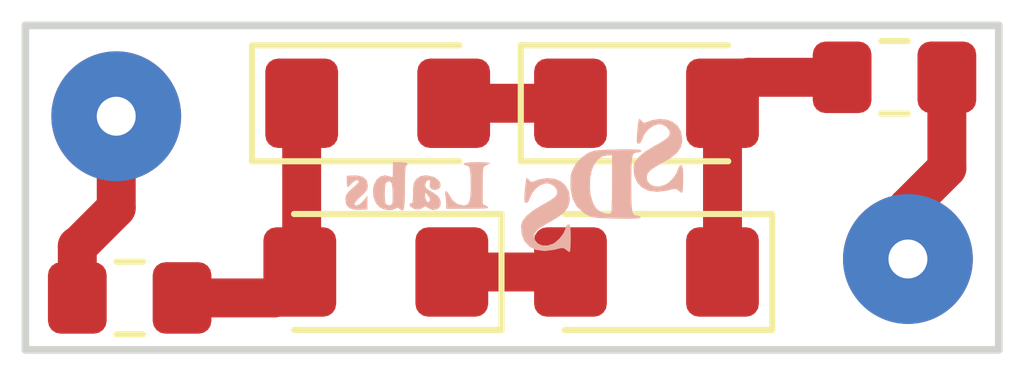
<source format=kicad_pcb>
(kicad_pcb (version 20171130) (host pcbnew "(5.0.1-3-g963ef8bb5)")

  (general
    (thickness 1.6)
    (drawings 4)
    (tracks 16)
    (zones 0)
    (modules 9)
    (nets 7)
  )

  (page A4)
  (layers
    (0 F.Cu signal)
    (31 B.Cu signal)
    (32 B.Adhes user)
    (33 F.Adhes user)
    (34 B.Paste user)
    (35 F.Paste user)
    (36 B.SilkS user)
    (37 F.SilkS user)
    (38 B.Mask user)
    (39 F.Mask user)
    (40 Dwgs.User user)
    (41 Cmts.User user)
    (42 Eco1.User user)
    (43 Eco2.User user)
    (44 Edge.Cuts user)
    (45 Margin user)
    (46 B.CrtYd user)
    (47 F.CrtYd user)
    (48 B.Fab user)
    (49 F.Fab user)
  )

  (setup
    (last_trace_width 0.762)
    (user_trace_width 0.254)
    (user_trace_width 0.508)
    (user_trace_width 0.762)
    (user_trace_width 1.27)
    (user_trace_width 1.905)
    (user_trace_width 2.54)
    (trace_clearance 0.2)
    (zone_clearance 0.508)
    (zone_45_only no)
    (trace_min 0.2)
    (segment_width 0.2)
    (edge_width 0.15)
    (via_size 0.8)
    (via_drill 0.4)
    (via_min_size 0.4)
    (via_min_drill 0.3)
    (uvia_size 0.3)
    (uvia_drill 0.1)
    (uvias_allowed no)
    (uvia_min_size 0.2)
    (uvia_min_drill 0.1)
    (pcb_text_width 0.3)
    (pcb_text_size 1.5 1.5)
    (mod_edge_width 0.15)
    (mod_text_size 1 1)
    (mod_text_width 0.15)
    (pad_size 2.54 2.54)
    (pad_drill 0.762)
    (pad_to_mask_clearance 0.051)
    (solder_mask_min_width 0.25)
    (aux_axis_origin 0 0)
    (visible_elements FFFFFF7F)
    (pcbplotparams
      (layerselection 0x010fc_ffffffff)
      (usegerberextensions false)
      (usegerberattributes false)
      (usegerberadvancedattributes false)
      (creategerberjobfile false)
      (excludeedgelayer true)
      (linewidth 0.100000)
      (plotframeref false)
      (viasonmask false)
      (mode 1)
      (useauxorigin false)
      (hpglpennumber 1)
      (hpglpenspeed 20)
      (hpglpendiameter 15.000000)
      (psnegative false)
      (psa4output false)
      (plotreference true)
      (plotvalue true)
      (plotinvisibletext false)
      (padsonsilk false)
      (subtractmaskfromsilk false)
      (outputformat 1)
      (mirror false)
      (drillshape 1)
      (scaleselection 1)
      (outputdirectory ""))
  )

  (net 0 "")
  (net 1 "Net-(D1-Pad1)")
  (net 2 "Net-(D1-Pad2)")
  (net 3 "Net-(D2-Pad1)")
  (net 4 "Net-(D3-Pad2)")
  (net 5 "Net-(J1-Pad1)")
  (net 6 "Net-(J2-Pad1)")

  (net_class Default "This is the default net class."
    (clearance 0.2)
    (trace_width 0.25)
    (via_dia 0.8)
    (via_drill 0.4)
    (uvia_dia 0.3)
    (uvia_drill 0.1)
    (add_net "Net-(D1-Pad1)")
    (add_net "Net-(D1-Pad2)")
    (add_net "Net-(D2-Pad1)")
    (add_net "Net-(D3-Pad2)")
    (add_net "Net-(J1-Pad1)")
    (add_net "Net-(J2-Pad1)")
  )

  (module LED_SMD:LED_1206_3216Metric_Pad1.42x1.75mm_HandSolder (layer F.Cu) (tedit 608B78E8) (tstamp 608B885D)
    (at 78.232 91.694 180)
    (descr "LED SMD 1206 (3216 Metric), square (rectangular) end terminal, IPC_7351 nominal, (Body size source: http://www.tortai-tech.com/upload/download/2011102023233369053.pdf), generated with kicad-footprint-generator")
    (tags "LED handsolder")
    (path /608B70AA)
    (attr smd)
    (fp_text reference D1 (at 0 -1.82 180) (layer F.SilkS) hide
      (effects (font (size 1 1) (thickness 0.15)))
    )
    (fp_text value LED (at 0 1.82 180) (layer F.Fab) hide
      (effects (font (size 1 1) (thickness 0.15)))
    )
    (fp_line (start 1.6 -0.8) (end -1.2 -0.8) (layer F.Fab) (width 0.1))
    (fp_line (start -1.2 -0.8) (end -1.6 -0.4) (layer F.Fab) (width 0.1))
    (fp_line (start -1.6 -0.4) (end -1.6 0.8) (layer F.Fab) (width 0.1))
    (fp_line (start -1.6 0.8) (end 1.6 0.8) (layer F.Fab) (width 0.1))
    (fp_line (start 1.6 0.8) (end 1.6 -0.8) (layer F.Fab) (width 0.1))
    (fp_line (start 1.6 -1.135) (end -2.46 -1.135) (layer F.SilkS) (width 0.12))
    (fp_line (start -2.46 -1.135) (end -2.46 1.135) (layer F.SilkS) (width 0.12))
    (fp_line (start -2.46 1.135) (end 1.6 1.135) (layer F.SilkS) (width 0.12))
    (fp_line (start -2.45 1.12) (end -2.45 -1.12) (layer F.CrtYd) (width 0.05))
    (fp_line (start -2.45 -1.12) (end 2.45 -1.12) (layer F.CrtYd) (width 0.05))
    (fp_line (start 2.45 -1.12) (end 2.45 1.12) (layer F.CrtYd) (width 0.05))
    (fp_line (start 2.45 1.12) (end -2.45 1.12) (layer F.CrtYd) (width 0.05))
    (fp_text user %R (at 0 0 180) (layer F.Fab)
      (effects (font (size 0.8 0.8) (thickness 0.12)))
    )
    (pad 1 smd roundrect (at -1.4875 0 180) (size 1.425 1.75) (layers F.Cu F.Paste F.Mask) (roundrect_rratio 0.175439)
      (net 1 "Net-(D1-Pad1)"))
    (pad 2 smd roundrect (at 1.4875 0 180) (size 1.425 1.75) (layers F.Cu F.Paste F.Mask) (roundrect_rratio 0.175439)
      (net 2 "Net-(D1-Pad2)"))
    (model ${KISYS3DMOD}/LED_SMD.3dshapes/LED_1206_3216Metric.wrl
      (at (xyz 0 0 0))
      (scale (xyz 1 1 1))
      (rotate (xyz 0 0 0))
    )
  )

  (module LED_SMD:LED_1206_3216Metric_Pad1.42x1.75mm_HandSolder (layer F.Cu) (tedit 608B78E5) (tstamp 608B8827)
    (at 83.5295 91.694 180)
    (descr "LED SMD 1206 (3216 Metric), square (rectangular) end terminal, IPC_7351 nominal, (Body size source: http://www.tortai-tech.com/upload/download/2011102023233369053.pdf), generated with kicad-footprint-generator")
    (tags "LED handsolder")
    (path /608B719C)
    (attr smd)
    (fp_text reference D2 (at 0 -1.82 180) (layer F.SilkS) hide
      (effects (font (size 1 1) (thickness 0.15)))
    )
    (fp_text value LED (at 0 1.82 180) (layer F.Fab) hide
      (effects (font (size 1 1) (thickness 0.15)))
    )
    (fp_text user %R (at 0 0 180) (layer F.Fab)
      (effects (font (size 0.8 0.8) (thickness 0.12)))
    )
    (fp_line (start 2.45 1.12) (end -2.45 1.12) (layer F.CrtYd) (width 0.05))
    (fp_line (start 2.45 -1.12) (end 2.45 1.12) (layer F.CrtYd) (width 0.05))
    (fp_line (start -2.45 -1.12) (end 2.45 -1.12) (layer F.CrtYd) (width 0.05))
    (fp_line (start -2.45 1.12) (end -2.45 -1.12) (layer F.CrtYd) (width 0.05))
    (fp_line (start -2.46 1.135) (end 1.6 1.135) (layer F.SilkS) (width 0.12))
    (fp_line (start -2.46 -1.135) (end -2.46 1.135) (layer F.SilkS) (width 0.12))
    (fp_line (start 1.6 -1.135) (end -2.46 -1.135) (layer F.SilkS) (width 0.12))
    (fp_line (start 1.6 0.8) (end 1.6 -0.8) (layer F.Fab) (width 0.1))
    (fp_line (start -1.6 0.8) (end 1.6 0.8) (layer F.Fab) (width 0.1))
    (fp_line (start -1.6 -0.4) (end -1.6 0.8) (layer F.Fab) (width 0.1))
    (fp_line (start -1.2 -0.8) (end -1.6 -0.4) (layer F.Fab) (width 0.1))
    (fp_line (start 1.6 -0.8) (end -1.2 -0.8) (layer F.Fab) (width 0.1))
    (pad 2 smd roundrect (at 1.4875 0 180) (size 1.425 1.75) (layers F.Cu F.Paste F.Mask) (roundrect_rratio 0.175439)
      (net 1 "Net-(D1-Pad1)"))
    (pad 1 smd roundrect (at -1.4875 0 180) (size 1.425 1.75) (layers F.Cu F.Paste F.Mask) (roundrect_rratio 0.175439)
      (net 3 "Net-(D2-Pad1)"))
    (model ${KISYS3DMOD}/LED_SMD.3dshapes/LED_1206_3216Metric.wrl
      (at (xyz 0 0 0))
      (scale (xyz 1 1 1))
      (rotate (xyz 0 0 0))
    )
  )

  (module LED_SMD:LED_1206_3216Metric_Pad1.42x1.75mm_HandSolder (layer F.Cu) (tedit 608B78EE) (tstamp 608B8893)
    (at 78.2685 88.392)
    (descr "LED SMD 1206 (3216 Metric), square (rectangular) end terminal, IPC_7351 nominal, (Body size source: http://www.tortai-tech.com/upload/download/2011102023233369053.pdf), generated with kicad-footprint-generator")
    (tags "LED handsolder")
    (path /608B723F)
    (attr smd)
    (fp_text reference D3 (at 0 -1.82) (layer F.SilkS) hide
      (effects (font (size 1 1) (thickness 0.15)))
    )
    (fp_text value LED (at 0 1.82) (layer F.Fab) hide
      (effects (font (size 1 1) (thickness 0.15)))
    )
    (fp_line (start 1.6 -0.8) (end -1.2 -0.8) (layer F.Fab) (width 0.1))
    (fp_line (start -1.2 -0.8) (end -1.6 -0.4) (layer F.Fab) (width 0.1))
    (fp_line (start -1.6 -0.4) (end -1.6 0.8) (layer F.Fab) (width 0.1))
    (fp_line (start -1.6 0.8) (end 1.6 0.8) (layer F.Fab) (width 0.1))
    (fp_line (start 1.6 0.8) (end 1.6 -0.8) (layer F.Fab) (width 0.1))
    (fp_line (start 1.6 -1.135) (end -2.46 -1.135) (layer F.SilkS) (width 0.12))
    (fp_line (start -2.46 -1.135) (end -2.46 1.135) (layer F.SilkS) (width 0.12))
    (fp_line (start -2.46 1.135) (end 1.6 1.135) (layer F.SilkS) (width 0.12))
    (fp_line (start -2.45 1.12) (end -2.45 -1.12) (layer F.CrtYd) (width 0.05))
    (fp_line (start -2.45 -1.12) (end 2.45 -1.12) (layer F.CrtYd) (width 0.05))
    (fp_line (start 2.45 -1.12) (end 2.45 1.12) (layer F.CrtYd) (width 0.05))
    (fp_line (start 2.45 1.12) (end -2.45 1.12) (layer F.CrtYd) (width 0.05))
    (fp_text user %R (at 0 0) (layer F.Fab)
      (effects (font (size 0.8 0.8) (thickness 0.12)))
    )
    (pad 1 smd roundrect (at -1.4875 0) (size 1.425 1.75) (layers F.Cu F.Paste F.Mask) (roundrect_rratio 0.175439)
      (net 2 "Net-(D1-Pad2)"))
    (pad 2 smd roundrect (at 1.4875 0) (size 1.425 1.75) (layers F.Cu F.Paste F.Mask) (roundrect_rratio 0.175439)
      (net 4 "Net-(D3-Pad2)"))
    (model ${KISYS3DMOD}/LED_SMD.3dshapes/LED_1206_3216Metric.wrl
      (at (xyz 0 0 0))
      (scale (xyz 1 1 1))
      (rotate (xyz 0 0 0))
    )
  )

  (module LED_SMD:LED_1206_3216Metric_Pad1.42x1.75mm_HandSolder (layer F.Cu) (tedit 608B78F2) (tstamp 608B88C9)
    (at 83.5295 88.392)
    (descr "LED SMD 1206 (3216 Metric), square (rectangular) end terminal, IPC_7351 nominal, (Body size source: http://www.tortai-tech.com/upload/download/2011102023233369053.pdf), generated with kicad-footprint-generator")
    (tags "LED handsolder")
    (path /608B7295)
    (attr smd)
    (fp_text reference D4 (at 0 -1.82) (layer F.SilkS) hide
      (effects (font (size 1 1) (thickness 0.15)))
    )
    (fp_text value LED (at 0 1.82) (layer F.Fab) hide
      (effects (font (size 1 1) (thickness 0.15)))
    )
    (fp_text user %R (at 0 0) (layer F.Fab)
      (effects (font (size 0.8 0.8) (thickness 0.12)))
    )
    (fp_line (start 2.45 1.12) (end -2.45 1.12) (layer F.CrtYd) (width 0.05))
    (fp_line (start 2.45 -1.12) (end 2.45 1.12) (layer F.CrtYd) (width 0.05))
    (fp_line (start -2.45 -1.12) (end 2.45 -1.12) (layer F.CrtYd) (width 0.05))
    (fp_line (start -2.45 1.12) (end -2.45 -1.12) (layer F.CrtYd) (width 0.05))
    (fp_line (start -2.46 1.135) (end 1.6 1.135) (layer F.SilkS) (width 0.12))
    (fp_line (start -2.46 -1.135) (end -2.46 1.135) (layer F.SilkS) (width 0.12))
    (fp_line (start 1.6 -1.135) (end -2.46 -1.135) (layer F.SilkS) (width 0.12))
    (fp_line (start 1.6 0.8) (end 1.6 -0.8) (layer F.Fab) (width 0.1))
    (fp_line (start -1.6 0.8) (end 1.6 0.8) (layer F.Fab) (width 0.1))
    (fp_line (start -1.6 -0.4) (end -1.6 0.8) (layer F.Fab) (width 0.1))
    (fp_line (start -1.2 -0.8) (end -1.6 -0.4) (layer F.Fab) (width 0.1))
    (fp_line (start 1.6 -0.8) (end -1.2 -0.8) (layer F.Fab) (width 0.1))
    (pad 2 smd roundrect (at 1.4875 0) (size 1.425 1.75) (layers F.Cu F.Paste F.Mask) (roundrect_rratio 0.175439)
      (net 3 "Net-(D2-Pad1)"))
    (pad 1 smd roundrect (at -1.4875 0) (size 1.425 1.75) (layers F.Cu F.Paste F.Mask) (roundrect_rratio 0.175439)
      (net 4 "Net-(D3-Pad2)"))
    (model ${KISYS3DMOD}/LED_SMD.3dshapes/LED_1206_3216Metric.wrl
      (at (xyz 0 0 0))
      (scale (xyz 1 1 1))
      (rotate (xyz 0 0 0))
    )
  )

  (module Connector_Wire:SolderWirePad_1x01_Drill1.2mm (layer F.Cu) (tedit 608B7920) (tstamp 608B84A4)
    (at 73.152 88.646)
    (descr "Wire solder connection")
    (tags connector)
    (path /608B75D5)
    (attr virtual)
    (fp_text reference J1 (at 0 -3.81) (layer F.SilkS) hide
      (effects (font (size 1 1) (thickness 0.15)))
    )
    (fp_text value Conn_01x01_Female (at 0 3.175) (layer F.Fab) hide
      (effects (font (size 1 1) (thickness 0.15)))
    )
    (fp_text user %R (at 0 0) (layer F.Fab)
      (effects (font (size 1 1) (thickness 0.15)))
    )
    (fp_line (start -2.25 -2.25) (end 2.25 -2.25) (layer F.CrtYd) (width 0.05))
    (fp_line (start -2.25 -2.25) (end -2.25 2.25) (layer F.CrtYd) (width 0.05))
    (fp_line (start 2.25 2.25) (end 2.25 -2.25) (layer F.CrtYd) (width 0.05))
    (fp_line (start 2.25 2.25) (end -2.25 2.25) (layer F.CrtYd) (width 0.05))
    (pad 1 thru_hole circle (at 0 0) (size 2.54 2.54) (drill 0.762) (layers *.Cu *.Mask)
      (net 5 "Net-(J1-Pad1)"))
  )

  (module Connector_Wire:SolderWirePad_1x01_Drill1.2mm (layer F.Cu) (tedit 608B7929) (tstamp 608B84AE)
    (at 88.646 91.44)
    (descr "Wire solder connection")
    (tags connector)
    (path /608B778E)
    (attr virtual)
    (fp_text reference J2 (at 0 -3.81) (layer F.SilkS) hide
      (effects (font (size 1 1) (thickness 0.15)))
    )
    (fp_text value Conn_01x01_Female (at 0 3.175) (layer F.Fab) hide
      (effects (font (size 1 1) (thickness 0.15)))
    )
    (fp_line (start 2.25 2.25) (end -2.25 2.25) (layer F.CrtYd) (width 0.05))
    (fp_line (start 2.25 2.25) (end 2.25 -2.25) (layer F.CrtYd) (width 0.05))
    (fp_line (start -2.25 -2.25) (end -2.25 2.25) (layer F.CrtYd) (width 0.05))
    (fp_line (start -2.25 -2.25) (end 2.25 -2.25) (layer F.CrtYd) (width 0.05))
    (fp_text user %R (at 0 0) (layer F.Fab)
      (effects (font (size 1 1) (thickness 0.15)))
    )
    (pad 1 thru_hole circle (at 0 0) (size 2.54 2.54) (drill 0.762) (layers *.Cu *.Mask)
      (net 6 "Net-(J2-Pad1)"))
  )

  (module Resistor_SMD:R_0805_2012Metric_Pad1.15x1.40mm_HandSolder (layer F.Cu) (tedit 608B78D9) (tstamp 608B84BF)
    (at 73.415 92.202 180)
    (descr "Resistor SMD 0805 (2012 Metric), square (rectangular) end terminal, IPC_7351 nominal with elongated pad for handsoldering. (Body size source: https://docs.google.com/spreadsheets/d/1BsfQQcO9C6DZCsRaXUlFlo91Tg2WpOkGARC1WS5S8t0/edit?usp=sharing), generated with kicad-footprint-generator")
    (tags "resistor handsolder")
    (path /608B6FB5)
    (attr smd)
    (fp_text reference R1 (at 0 -1.65 180) (layer F.SilkS) hide
      (effects (font (size 1 1) (thickness 0.15)))
    )
    (fp_text value 250K (at 0 1.65 180) (layer F.Fab) hide
      (effects (font (size 1 1) (thickness 0.15)))
    )
    (fp_line (start -1 0.6) (end -1 -0.6) (layer F.Fab) (width 0.1))
    (fp_line (start -1 -0.6) (end 1 -0.6) (layer F.Fab) (width 0.1))
    (fp_line (start 1 -0.6) (end 1 0.6) (layer F.Fab) (width 0.1))
    (fp_line (start 1 0.6) (end -1 0.6) (layer F.Fab) (width 0.1))
    (fp_line (start -0.261252 -0.71) (end 0.261252 -0.71) (layer F.SilkS) (width 0.12))
    (fp_line (start -0.261252 0.71) (end 0.261252 0.71) (layer F.SilkS) (width 0.12))
    (fp_line (start -1.85 0.95) (end -1.85 -0.95) (layer F.CrtYd) (width 0.05))
    (fp_line (start -1.85 -0.95) (end 1.85 -0.95) (layer F.CrtYd) (width 0.05))
    (fp_line (start 1.85 -0.95) (end 1.85 0.95) (layer F.CrtYd) (width 0.05))
    (fp_line (start 1.85 0.95) (end -1.85 0.95) (layer F.CrtYd) (width 0.05))
    (fp_text user %R (at 0 0 180) (layer F.Fab)
      (effects (font (size 0.5 0.5) (thickness 0.08)))
    )
    (pad 1 smd roundrect (at -1.025 0 180) (size 1.15 1.4) (layers F.Cu F.Paste F.Mask) (roundrect_rratio 0.217391)
      (net 2 "Net-(D1-Pad2)"))
    (pad 2 smd roundrect (at 1.025 0 180) (size 1.15 1.4) (layers F.Cu F.Paste F.Mask) (roundrect_rratio 0.217391)
      (net 5 "Net-(J1-Pad1)"))
    (model ${KISYS3DMOD}/Resistor_SMD.3dshapes/R_0805_2012Metric.wrl
      (at (xyz 0 0 0))
      (scale (xyz 1 1 1))
      (rotate (xyz 0 0 0))
    )
  )

  (module Resistor_SMD:R_0805_2012Metric_Pad1.15x1.40mm_HandSolder (layer F.Cu) (tedit 608B78DE) (tstamp 608B84D0)
    (at 88.383 87.884 180)
    (descr "Resistor SMD 0805 (2012 Metric), square (rectangular) end terminal, IPC_7351 nominal with elongated pad for handsoldering. (Body size source: https://docs.google.com/spreadsheets/d/1BsfQQcO9C6DZCsRaXUlFlo91Tg2WpOkGARC1WS5S8t0/edit?usp=sharing), generated with kicad-footprint-generator")
    (tags "resistor handsolder")
    (path /608B7028)
    (attr smd)
    (fp_text reference R2 (at 0 -1.65 180) (layer F.SilkS) hide
      (effects (font (size 1 1) (thickness 0.15)))
    )
    (fp_text value 250K (at 0 1.65 180) (layer F.Fab) hide
      (effects (font (size 1 1) (thickness 0.15)))
    )
    (fp_text user %R (at 0 0 180) (layer F.Fab)
      (effects (font (size 0.5 0.5) (thickness 0.08)))
    )
    (fp_line (start 1.85 0.95) (end -1.85 0.95) (layer F.CrtYd) (width 0.05))
    (fp_line (start 1.85 -0.95) (end 1.85 0.95) (layer F.CrtYd) (width 0.05))
    (fp_line (start -1.85 -0.95) (end 1.85 -0.95) (layer F.CrtYd) (width 0.05))
    (fp_line (start -1.85 0.95) (end -1.85 -0.95) (layer F.CrtYd) (width 0.05))
    (fp_line (start -0.261252 0.71) (end 0.261252 0.71) (layer F.SilkS) (width 0.12))
    (fp_line (start -0.261252 -0.71) (end 0.261252 -0.71) (layer F.SilkS) (width 0.12))
    (fp_line (start 1 0.6) (end -1 0.6) (layer F.Fab) (width 0.1))
    (fp_line (start 1 -0.6) (end 1 0.6) (layer F.Fab) (width 0.1))
    (fp_line (start -1 -0.6) (end 1 -0.6) (layer F.Fab) (width 0.1))
    (fp_line (start -1 0.6) (end -1 -0.6) (layer F.Fab) (width 0.1))
    (pad 2 smd roundrect (at 1.025 0 180) (size 1.15 1.4) (layers F.Cu F.Paste F.Mask) (roundrect_rratio 0.217391)
      (net 3 "Net-(D2-Pad1)"))
    (pad 1 smd roundrect (at -1.025 0 180) (size 1.15 1.4) (layers F.Cu F.Paste F.Mask) (roundrect_rratio 0.217391)
      (net 6 "Net-(J2-Pad1)"))
    (model ${KISYS3DMOD}/Resistor_SMD.3dshapes/R_0805_2012Metric.wrl
      (at (xyz 0 0 0))
      (scale (xyz 1 1 1))
      (rotate (xyz 0 0 0))
    )
  )

  (module sdsLogos:sdsLabs-small-bSilk (layer F.Cu) (tedit 5A94A382) (tstamp 6097FFC3)
    (at 80.772 89.916)
    (fp_text reference G*** (at 0 -3.81) (layer B.SilkS) hide
      (effects (font (size 1.524 1.524) (thickness 0.3)))
    )
    (fp_text value LOGO (at 0 -2.54) (layer B.SilkS) hide
      (effects (font (size 1.524 1.524) (thickness 0.3)))
    )
    (fp_poly (pts (xy 2.861246 -1.187928) (xy 2.806075 -1.168553) (xy 2.735987 -1.141982) (xy 2.697179 -1.139909)
      (xy 2.669754 -1.163023) (xy 2.661809 -1.173549) (xy 2.628525 -1.20821) (xy 2.613334 -1.211496)
      (xy 2.605573 -1.179708) (xy 2.59535 -1.105656) (xy 2.584506 -1.003357) (xy 2.581176 -0.966611)
      (xy 2.572519 -0.850848) (xy 2.571923 -0.780532) (xy 2.580419 -0.745104) (xy 2.599033 -0.734007)
      (xy 2.603852 -0.733778) (xy 2.641285 -0.757986) (xy 2.665817 -0.809668) (xy 2.714147 -0.921282)
      (xy 2.792159 -1.016445) (xy 2.887151 -1.08532) (xy 2.986421 -1.118071) (xy 3.057127 -1.112684)
      (xy 3.148653 -1.065554) (xy 3.20531 -0.996845) (xy 3.217333 -0.945445) (xy 3.209431 -0.899635)
      (xy 3.180583 -0.855974) (xy 3.12308 -0.80794) (xy 3.029212 -0.74901) (xy 2.901298 -0.678049)
      (xy 2.73421 -0.575372) (xy 2.60993 -0.471541) (xy 2.532804 -0.370853) (xy 2.507389 -0.288296)
      (xy 2.519728 -0.117448) (xy 2.575397 0.020082) (xy 2.67031 0.121594) (xy 2.800379 0.184387)
      (xy 2.961516 0.205762) (xy 3.149634 0.183019) (xy 3.2011 0.169927) (xy 3.284304 0.149913)
      (xy 3.334897 0.150144) (xy 3.373364 0.171715) (xy 3.382429 0.179609) (xy 3.428771 0.215264)
      (xy 3.452389 0.225777) (xy 3.460529 0.199601) (xy 3.466918 0.129244) (xy 3.470688 0.026963)
      (xy 3.471333 -0.042334) (xy 3.469504 -0.172622) (xy 3.463195 -0.255065) (xy 3.451175 -0.29817)
      (xy 3.432528 -0.310445) (xy 3.399914 -0.286044) (xy 3.377577 -0.229719) (xy 3.337446 -0.134156)
      (xy 3.263081 -0.035151) (xy 3.171332 0.046732) (xy 3.130707 0.071569) (xy 3.020644 0.107078)
      (xy 2.916143 0.104236) (xy 2.829612 0.067636) (xy 2.773456 0.001872) (xy 2.758722 -0.066141)
      (xy 2.767349 -0.126358) (xy 2.798333 -0.180711) (xy 2.859325 -0.236411) (xy 2.957979 -0.300666)
      (xy 3.080283 -0.369075) (xy 3.239138 -0.463816) (xy 3.34934 -0.553674) (xy 3.417271 -0.646312)
      (xy 3.449312 -0.749392) (xy 3.453966 -0.817839) (xy 3.432436 -0.963129) (xy 3.365209 -1.07756)
      (xy 3.265189 -1.158353) (xy 3.148071 -1.201496) (xy 3.006295 -1.211513) (xy 2.861246 -1.187928)) (layer B.SilkS) (width 0.01))
    (fp_poly (pts (xy -0.686151 -0.363929) (xy -0.772968 -0.355735) (xy -0.815631 -0.343336) (xy -0.818444 -0.338667)
      (xy -0.794958 -0.315282) (xy -0.765292 -0.310445) (xy -0.729488 -0.300595) (xy -0.704589 -0.265878)
      (xy -0.688836 -0.198545) (xy -0.680473 -0.090847) (xy -0.677741 0.064964) (xy -0.677719 0.075773)
      (xy -0.680581 0.237303) (xy -0.69168 0.350503) (xy -0.713941 0.423238) (xy -0.750291 0.463374)
      (xy -0.803657 0.478774) (xy -0.828051 0.479777) (xy -0.942192 0.453257) (xy -1.039117 0.380285)
      (xy -1.10027 0.283178) (xy -1.13684 0.217397) (xy -1.166339 0.199711) (xy -1.180198 0.229824)
      (xy -1.17475 0.28575) (xy -1.161593 0.378775) (xy -1.157111 0.455083) (xy -1.157111 0.536222)
      (xy -0.726722 0.535092) (xy -0.563833 0.534288) (xy -0.450786 0.532335) (xy -0.380977 0.528424)
      (xy -0.347806 0.521745) (xy -0.34467 0.51149) (xy -0.364968 0.496849) (xy -0.373944 0.491857)
      (xy -0.451556 0.449752) (xy -0.451556 0.083066) (xy -0.451243 -0.066557) (xy -0.449144 -0.169442)
      (xy -0.443519 -0.235295) (xy -0.432628 -0.273823) (xy -0.41473 -0.294733) (xy -0.388085 -0.30773)
      (xy -0.381 -0.310445) (xy -0.328909 -0.335097) (xy -0.310444 -0.35208) (xy -0.336565 -0.358602)
      (xy -0.406533 -0.363658) (xy -0.507754 -0.366515) (xy -0.564444 -0.366889) (xy -0.686151 -0.363929)) (layer B.SilkS) (width 0.01))
    (fp_poly (pts (xy -3.104444 -0.100614) (xy -3.104444 0.006137) (xy -3.100827 0.07456) (xy -3.091849 0.111034)
      (xy -3.08898 0.112889) (xy -3.062121 0.093639) (xy -3.016447 0.04642) (xy -3.00876 0.037607)
      (xy -2.950036 -0.014193) (xy -2.897474 -0.019472) (xy -2.890169 -0.01699) (xy -2.866829 -0.001831)
      (xy -2.871226 0.022273) (xy -2.908897 0.064029) (xy -2.9845 0.131389) (xy -3.066035 0.206148)
      (xy -3.111322 0.262859) (xy -3.130085 0.316222) (xy -3.132667 0.355318) (xy -3.114685 0.457762)
      (xy -3.058365 0.523186) (xy -2.960143 0.554274) (xy -2.864898 0.557059) (xy -2.70936 0.550333)
      (xy -2.70966 0.423333) (xy -2.709959 0.296333) (xy -2.782247 0.388055) (xy -2.840873 0.444885)
      (xy -2.89991 0.476006) (xy -2.945445 0.477086) (xy -2.963563 0.4445) (xy -2.943768 0.408572)
      (xy -2.892071 0.350689) (xy -2.831859 0.294302) (xy -2.754675 0.221) (xy -2.714277 0.162733)
      (xy -2.700436 0.103299) (xy -2.699926 0.085293) (xy -2.722067 -0.01357) (xy -2.788234 -0.077318)
      (xy -2.898042 -0.105674) (xy -2.966303 -0.106625) (xy -3.104444 -0.100614)) (layer B.SilkS) (width 0.01))
    (fp_poly (pts (xy -2.201333 -0.210674) (xy -2.202871 -0.122611) (xy -2.210614 -0.080053) (xy -2.229255 -0.072082)
      (xy -2.255922 -0.083674) (xy -2.356514 -0.110783) (xy -2.449439 -0.087811) (xy -2.525607 -0.021107)
      (xy -2.575925 0.082983) (xy -2.588727 0.14863) (xy -2.584016 0.304095) (xy -2.533089 0.431539)
      (xy -2.461818 0.508956) (xy -2.384804 0.546788) (xy -2.291129 0.563284) (xy -2.203914 0.556836)
      (xy -2.150533 0.530577) (xy -2.112129 0.511242) (xy -2.0828 0.530577) (xy -2.044924 0.56267)
      (xy -2.017019 0.568573) (xy -1.99762 0.542774) (xy -1.985262 0.479758) (xy -1.97848 0.374014)
      (xy -1.977418 0.312787) (xy -2.204753 0.312787) (xy -2.20701 0.396514) (xy -2.213172 0.4417)
      (xy -2.250117 0.474339) (xy -2.304535 0.47522) (xy -2.348164 0.445665) (xy -2.353536 0.435136)
      (xy -2.364956 0.374288) (xy -2.369712 0.283218) (xy -2.36821 0.182755) (xy -2.360857 0.093725)
      (xy -2.348058 0.036958) (xy -2.345686 0.032501) (xy -2.301009 0.00517) (xy -2.268507 0.00457)
      (xy -2.239562 0.018455) (xy -2.221913 0.054696) (xy -2.211834 0.125688) (xy -2.207002 0.209158)
      (xy -2.204753 0.312787) (xy -1.977418 0.312787) (xy -1.975808 0.220028) (xy -1.975556 0.127)
      (xy -1.973786 -0.049259) (xy -1.968676 -0.183839) (xy -1.960524 -0.27212) (xy -1.949628 -0.309483)
      (xy -1.947333 -0.310445) (xy -1.919931 -0.331921) (xy -1.919111 -0.338667) (xy -1.944493 -0.354766)
      (xy -2.009392 -0.364985) (xy -2.060222 -0.366889) (xy -2.201333 -0.366889) (xy -2.201333 -0.210674)) (layer B.SilkS) (width 0.01))
    (fp_poly (pts (xy -1.66413 -0.093493) (xy -1.736949 -0.043617) (xy -1.772984 -0.00118) (xy -1.793889 0.047139)
      (xy -1.803639 0.117626) (xy -1.806207 0.226565) (xy -1.806222 0.240271) (xy -1.809358 0.345655)
      (xy -1.817912 0.415237) (xy -1.830606 0.439357) (xy -1.832494 0.438649) (xy -1.865378 0.43654)
      (xy -1.875879 0.465546) (xy -1.855647 0.50211) (xy -1.855142 0.502533) (xy -1.775474 0.544203)
      (xy -1.69188 0.551463) (xy -1.627079 0.52238) (xy -1.588026 0.492277) (xy -1.550079 0.49953)
      (xy -1.517965 0.520339) (xy -1.43021 0.560072) (xy -1.345912 0.547547) (xy -1.319389 0.533961)
      (xy -1.278651 0.481564) (xy -1.2732 0.406349) (xy -1.282544 0.380996) (xy -1.47776 0.380996)
      (xy -1.507 0.417695) (xy -1.539841 0.407034) (xy -1.566327 0.356444) (xy -1.575191 0.308271)
      (xy -1.584049 0.211666) (xy -1.521881 0.272816) (xy -1.478735 0.336602) (xy -1.47776 0.380996)
      (xy -1.282544 0.380996) (xy -1.301862 0.328586) (xy -1.3335 0.290443) (xy -1.404391 0.2365)
      (xy -1.487886 0.186433) (xy -1.490441 0.185132) (xy -1.554044 0.144014) (xy -1.576071 0.097713)
      (xy -1.575108 0.062127) (xy -1.548865 -0.003301) (xy -1.512908 -0.023772) (xy -1.47483 -0.021213)
      (xy -1.473022 0.017102) (xy -1.4757 0.028097) (xy -1.480902 0.111253) (xy -1.443144 0.157918)
      (xy -1.381771 0.169333) (xy -1.311572 0.151076) (xy -1.278599 0.105002) (xy -1.28114 0.044155)
      (xy -1.317482 -0.018418) (xy -1.385912 -0.069672) (xy -1.414727 -0.081699) (xy -1.553016 -0.111415)
      (xy -1.66413 -0.093493)) (layer B.SilkS) (width 0.01))
    (fp_poly (pts (xy 2.262419 -0.617511) (xy 2.194278 -0.616262) (xy 2.019862 -0.612036) (xy 1.891101 -0.606713)
      (xy 1.797204 -0.598866) (xy 1.727384 -0.587071) (xy 1.670849 -0.569899) (xy 1.616812 -0.545926)
      (xy 1.600634 -0.537788) (xy 1.474868 -0.447503) (xy 1.369193 -0.323031) (xy 1.297955 -0.183108)
      (xy 1.280982 -0.120244) (xy 1.273507 -0.039244) (xy 1.272871 0.070807) (xy 1.277484 0.161289)
      (xy 1.315629 0.345786) (xy 1.398593 0.496495) (xy 1.527861 0.615798) (xy 1.581698 0.649111)
      (xy 1.631536 0.675227) (xy 1.680546 0.69426) (xy 1.738977 0.707571) (xy 1.817076 0.716526)
      (xy 1.925092 0.722486) (xy 2.073272 0.726816) (xy 2.183334 0.729152) (xy 2.372668 0.731673)
      (xy 2.509093 0.730485) (xy 2.596034 0.725428) (xy 2.636916 0.716345) (xy 2.64028 0.707985)
      (xy 2.59861 0.681258) (xy 2.572201 0.677333) (xy 2.533977 0.673473) (xy 2.505086 0.657323)
      (xy 2.484236 0.622028) (xy 2.470138 0.560732) (xy 2.461501 0.466581) (xy 2.457035 0.33272)
      (xy 2.455451 0.152293) (xy 2.455333 0.056444) (xy 2.455969 -0.146178) (xy 2.458858 -0.299266)
      (xy 2.465477 -0.409726) (xy 2.477301 -0.484461) (xy 2.486786 -0.508) (xy 2.088444 -0.508)
      (xy 2.088444 0.05174) (xy 2.087422 0.224255) (xy 2.084573 0.377366) (xy 2.08022 0.502154)
      (xy 2.07469 0.5897) (xy 2.068307 0.631084) (xy 2.067278 0.632777) (xy 2.016292 0.648563)
      (xy 1.939442 0.636098) (xy 1.855707 0.601404) (xy 1.784071 0.550504) (xy 1.773431 0.539539)
      (xy 1.706938 0.429988) (xy 1.66362 0.284276) (xy 1.644454 0.118138) (xy 1.650416 -0.05269)
      (xy 1.682483 -0.212474) (xy 1.720781 -0.308927) (xy 1.800467 -0.425676) (xy 1.896122 -0.490691)
      (xy 1.995946 -0.508) (xy 2.088444 -0.508) (xy 2.486786 -0.508) (xy 2.495804 -0.530378)
      (xy 2.522463 -0.554381) (xy 2.558751 -0.563376) (xy 2.587978 -0.564445) (xy 2.638238 -0.575754)
      (xy 2.652889 -0.595095) (xy 2.629735 -0.607464) (xy 2.558607 -0.615246) (xy 2.437002 -0.618557)
      (xy 2.262419 -0.617511)) (layer B.SilkS) (width 0.01))
    (fp_poly (pts (xy 0.659912 -0.030817) (xy 0.604742 -0.011442) (xy 0.534654 0.015129) (xy 0.495846 0.017202)
      (xy 0.468421 -0.005912) (xy 0.460476 -0.016437) (xy 0.427192 -0.051099) (xy 0.412001 -0.054385)
      (xy 0.40424 -0.022597) (xy 0.394017 0.051455) (xy 0.383172 0.153754) (xy 0.379843 0.1905)
      (xy 0.371185 0.306263) (xy 0.37059 0.376579) (xy 0.379085 0.412007) (xy 0.397699 0.423104)
      (xy 0.402519 0.423333) (xy 0.439951 0.399125) (xy 0.464484 0.347443) (xy 0.512814 0.235829)
      (xy 0.590826 0.140666) (xy 0.685818 0.071791) (xy 0.785088 0.03904) (xy 0.855794 0.044427)
      (xy 0.94732 0.091557) (xy 1.003977 0.160266) (xy 1.016 0.211666) (xy 1.008097 0.257476)
      (xy 0.979249 0.301137) (xy 0.921746 0.349171) (xy 0.827879 0.408101) (xy 0.699965 0.479062)
      (xy 0.532876 0.581739) (xy 0.408597 0.68557) (xy 0.33147 0.786258) (xy 0.306055 0.868815)
      (xy 0.318394 1.039664) (xy 0.374064 1.177194) (xy 0.468977 1.278705) (xy 0.599045 1.341498)
      (xy 0.760182 1.362873) (xy 0.9483 1.34013) (xy 0.999767 1.327038) (xy 1.08297 1.307024)
      (xy 1.133563 1.307255) (xy 1.172031 1.328826) (xy 1.181096 1.33672) (xy 1.227438 1.372375)
      (xy 1.251056 1.382889) (xy 1.259196 1.356713) (xy 1.265584 1.286356) (xy 1.269354 1.184074)
      (xy 1.27 1.114777) (xy 1.268171 0.984489) (xy 1.261862 0.902046) (xy 1.249842 0.858941)
      (xy 1.231194 0.846666) (xy 1.198581 0.871067) (xy 1.176244 0.927392) (xy 1.136112 1.022955)
      (xy 1.061747 1.121961) (xy 0.969998 1.203843) (xy 0.929373 1.22868) (xy 0.81931 1.264189)
      (xy 0.71481 1.261347) (xy 0.628279 1.224747) (xy 0.572123 1.158983) (xy 0.557389 1.09097)
      (xy 0.566016 1.030753) (xy 0.596999 0.9764) (xy 0.657992 0.9207) (xy 0.756645 0.856446)
      (xy 0.87895 0.788036) (xy 1.037804 0.693295) (xy 1.148007 0.603437) (xy 1.215938 0.510799)
      (xy 1.247979 0.40772) (xy 1.252633 0.339272) (xy 1.231103 0.193982) (xy 1.163876 0.079551)
      (xy 1.063856 -0.001242) (xy 0.946737 -0.044385) (xy 0.804961 -0.054402) (xy 0.659912 -0.030817)) (layer B.SilkS) (width 0.01))
  )

  (gr_line (start 90.424 93.218) (end 71.374 93.218) (layer Edge.Cuts) (width 0.15) (tstamp 608B8813))
  (gr_line (start 90.424 86.868) (end 90.424 93.218) (layer Edge.Cuts) (width 0.15))
  (gr_line (start 71.374 86.868) (end 90.424 86.868) (layer Edge.Cuts) (width 0.15) (tstamp 608B88EE))
  (gr_line (start 71.374 93.218) (end 71.374 86.868) (layer Edge.Cuts) (width 0.15))

  (segment (start 82.042 91.694) (end 79.7195 91.694) (width 0.762) (layer F.Cu) (net 1))
  (segment (start 76.781 91.6575) (end 76.7445 91.694) (width 0.762) (layer F.Cu) (net 2))
  (segment (start 76.781 88.392) (end 76.781 91.6575) (width 0.762) (layer F.Cu) (net 2))
  (segment (start 76.2365 92.202) (end 76.7445 91.694) (width 0.762) (layer F.Cu) (net 2))
  (segment (start 74.44 92.202) (end 76.2365 92.202) (width 0.762) (layer F.Cu) (net 2))
  (segment (start 85.525 87.884) (end 85.017 88.392) (width 0.762) (layer F.Cu) (net 3))
  (segment (start 87.358 87.884) (end 85.525 87.884) (width 0.762) (layer F.Cu) (net 3))
  (segment (start 85.017 91.694) (end 85.017 88.392) (width 0.762) (layer F.Cu) (net 3))
  (segment (start 82.042 88.392) (end 79.756 88.392) (width 0.762) (layer F.Cu) (net 4))
  (segment (start 72.39 92.202) (end 72.39 91.186) (width 0.762) (layer F.Cu) (net 5))
  (segment (start 73.152 90.442051) (end 73.152 88.646) (width 0.762) (layer F.Cu) (net 5))
  (segment (start 72.408051 91.186) (end 73.152 90.442051) (width 0.762) (layer F.Cu) (net 5))
  (segment (start 72.39 91.186) (end 72.408051 91.186) (width 0.762) (layer F.Cu) (net 5))
  (segment (start 88.646 91.44) (end 88.646 90.424) (width 0.762) (layer F.Cu) (net 6))
  (segment (start 89.408 89.662) (end 89.408 87.884) (width 0.762) (layer F.Cu) (net 6))
  (segment (start 88.646 90.424) (end 89.408 89.662) (width 0.762) (layer F.Cu) (net 6))

)

</source>
